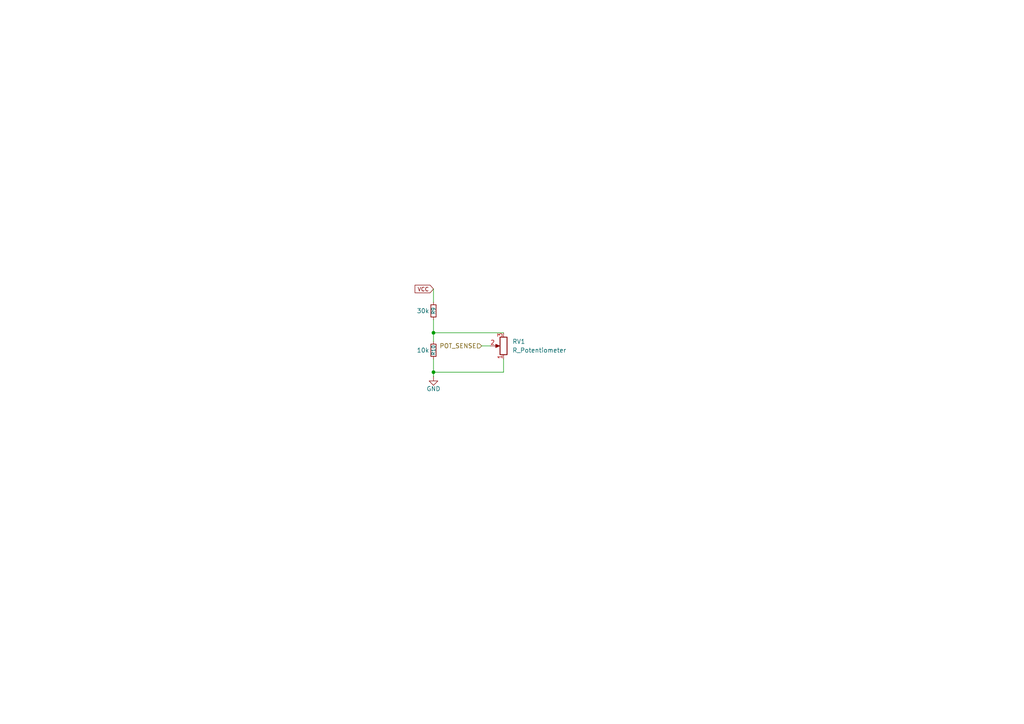
<source format=kicad_sch>
(kicad_sch (version 20250114) (generator "eeschema") (generator_version "9.0")
  (paper "A4")
  (lib_symbols
    (symbol "Device:R_Potentiometer" (pin_names (offset 1.016) (hide yes))
      (property "Reference" "RV" (at -4.445 0 90))
      (property "Value" "R_Potentiometer" (at -2.54 0 90))
      (symbol "R_Potentiometer_0_1"
        (rectangle (start 1.016 2.54) (end -1.016 -2.54) (stroke (width 0.254)))
        (polyline (pts (xy 1.143 0) (xy 2.286 0.508) (xy 2.286 -0.508) (xy 1.143 0)) (fill (type outline)))
        (polyline (pts (xy 2.54 0) (xy 1.524 0)))
      )
      (symbol "R_Potentiometer_1_1"
        (pin passive line (at 0 3.81 270) (length 1.27) (name "1") (number "1"))
        (pin passive line (at 0 -3.81 90) (length 1.27) (name "3") (number "3"))
        (pin passive line (at 3.81 0 180) (length 1.27) (name "2") (number "2"))
      )
    )
    (symbol "Device:R_Small" (pin_numbers (hide yes)) (pin_names (offset 0.254) (hide yes))
      (property "Reference" "R" (at 0 0 90))
      (property "Value" "R_Small" (at 1.778 0 90))
      (symbol "R_Small_0_1"
        (rectangle (start -0.762 1.778) (end 0.762 -1.778) (stroke (width 0.2032)))
      )
      (symbol "R_Small_1_1"
        (pin passive line (at 0 2.54 270) (length 0.762) (name "~") (number "1"))
        (pin passive line (at 0 -2.54 90) (length 0.762) (name "~") (number "2"))
      )
    )
    (symbol "power:GND" (power) (pin_numbers (hide yes)) (pin_names (offset 0) (hide yes))
      (property "Value" "GND" (at 0 -3.81 0))
      (symbol "GND_0_1"
        (polyline (pts (xy 0 0) (xy 0 -1.27) (xy 1.27 -1.27) (xy 0 -2.54) (xy -1.27 -1.27) (xy 0 -1.27)))
      )
      (symbol "GND_1_1"
        (pin power_in line (at 0 0 270) (length 0) (name "~") (number "1"))
      )
    )
  )
  (junction (at 125.73 96.52))
  (junction (at 125.73 107.95))
  (wire (pts (xy 139.7 100.33) (xy 142.24 100.33)))
  (wire (pts (xy 146.05 104.14) (xy 146.05 107.95)))
  (wire (pts (xy 125.73 92.71) (xy 125.73 96.52)))
  (wire (pts (xy 125.73 104.14) (xy 125.73 107.95)))
  (wire (pts (xy 146.05 96.52) (xy 125.73 96.52)))
  (wire (pts (xy 125.73 83.82) (xy 125.73 87.63)))
  (wire (pts (xy 125.73 107.95) (xy 146.05 107.95)))
  (wire (pts (xy 125.73 109.22) (xy 125.73 107.95)))
  (wire (pts (xy 125.73 96.52) (xy 125.73 99.06)))
  (global_label "VCC" (shape input) (at 125.73 83.82 180) (effects (font (size 1.125 1.125))) (property "Intersheetrefs" "${INTERSHEET_REFS}" (effects (hide yes))))
  (hierarchical_label "POT_SENSE" (shape input) (at 139.7 100.33 180))
  (symbol (lib_id "Device:R_Potentiometer") (at 146.05 100.33 180) (unit 1)
    (property "Reference" "RV1" (at 148.59 99.06 0) (effects (justify right)))
    (property "Value" "R_Potentiometer" (at 148.59 101.6 0) (effects (justify right)))
    (property "Description" "Potentiometer" (effects (hide yes)))
  )
  (symbol (lib_id "Device:R_Small") (at 125.73 90.17 0) (unit 1)
    (property "Reference" "R9" (at 125.73 90.17 90) (effects (font (size 1.016 1.016))))
    (property "Value" "30k" (at 122.682 90.17 0))
    (property "Description" "Resistor, small symbol" (effects (hide yes)))
  )
  (symbol (lib_id "Device:R_Small") (at 125.73 101.6 0) (unit 1)
    (property "Reference" "R10" (at 125.73 101.6 90) (effects (font (size 1.016 1.016))))
    (property "Value" "10k" (at 122.682 101.6 0))
    (property "Description" "Resistor, small symbol" (effects (hide yes)))
  )
  (symbol (lib_id "power:GND") (at 125.73 109.22 0) (unit 1)
    (property "Reference" "#PWR09" (effects (hide yes)))
    (property "Value" "GND" (at 125.73 112.776 0))
    (property "Description" "Power symbol creates a global label with name \"GND\" , ground" (effects (hide yes)))
  )
)
</source>
